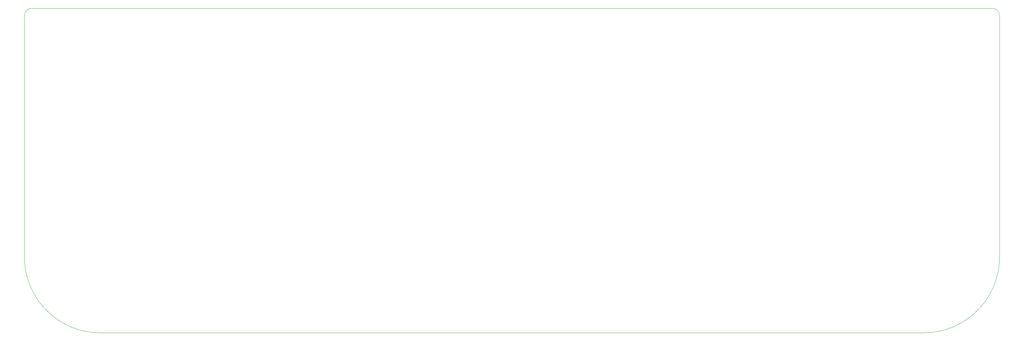
<source format=gm1>
G04 #@! TF.GenerationSoftware,KiCad,Pcbnew,(5.1.4)-1*
G04 #@! TF.CreationDate,2021-07-31T15:59:11-04:00*
G04 #@! TF.ProjectId,horizon,686f7269-7a6f-46e2-9e6b-696361645f70,rev?*
G04 #@! TF.SameCoordinates,Original*
G04 #@! TF.FileFunction,Profile,NP*
%FSLAX46Y46*%
G04 Gerber Fmt 4.6, Leading zero omitted, Abs format (unit mm)*
G04 Created by KiCad (PCBNEW (5.1.4)-1) date 2021-07-31 15:59:11*
%MOMM*%
%LPD*%
G04 APERTURE LIST*
%ADD10C,0.050000*%
G04 APERTURE END LIST*
D10*
X342000000Y-93000000D02*
G75*
G02X344000000Y-95000000I0J-2000000D01*
G01*
X95000000Y-183000000D02*
G75*
G02X74000000Y-162000000I0J21000000D01*
G01*
X344000000Y-162000000D02*
G75*
G02X323000000Y-183000000I-21000000J0D01*
G01*
X74000000Y-95000000D02*
G75*
G02X76000000Y-93000000I2000000J0D01*
G01*
X74000000Y-162000000D02*
X74000000Y-95000000D01*
X323000000Y-183000000D02*
X95000000Y-183000000D01*
X344000000Y-95000000D02*
X344000000Y-162000000D01*
X76000000Y-93000000D02*
X342000000Y-93000000D01*
M02*

</source>
